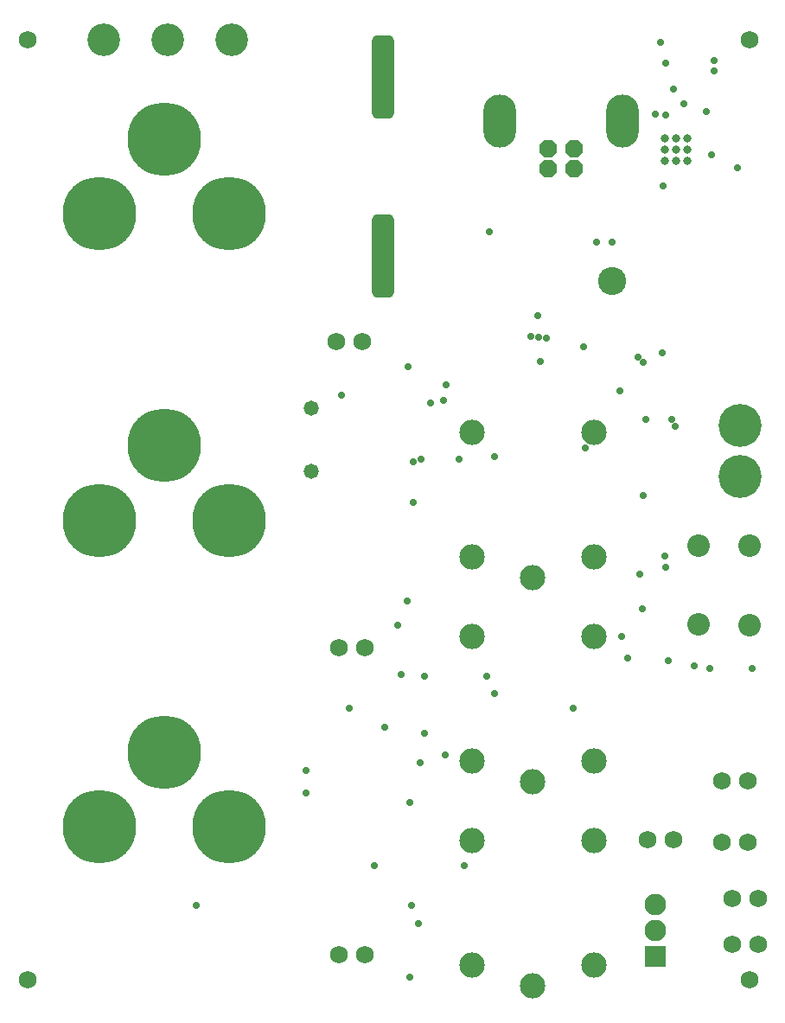
<source format=gbs>
G04 Layer_Color=8150272*
%FSLAX24Y24*%
%MOIN*%
G70*
G01*
G75*
%ADD86C,0.0680*%
%ADD87C,0.2836*%
%ADD88C,0.0867*%
%ADD89C,0.1080*%
%ADD90C,0.0830*%
%ADD91R,0.0830X0.0830*%
G04:AMPARAMS|DCode=92|XSize=323mil|YSize=86.7mil|CornerRadius=23.7mil|HoleSize=0mil|Usage=FLASHONLY|Rotation=270.000|XOffset=0mil|YOffset=0mil|HoleType=Round|Shape=RoundedRectangle|*
%AMROUNDEDRECTD92*
21,1,0.3230,0.0394,0,0,270.0*
21,1,0.2756,0.0867,0,0,270.0*
1,1,0.0474,-0.0197,-0.1378*
1,1,0.0474,-0.0197,0.1378*
1,1,0.0474,0.0197,0.1378*
1,1,0.0474,0.0197,-0.1378*
%
%ADD92ROUNDEDRECTD92*%
%ADD93C,0.0980*%
%ADD94C,0.1655*%
%ADD95O,0.1261X0.2049*%
%ADD96P,0.0726X8X202.5*%
%ADD97C,0.1261*%
%ADD98C,0.0316*%
%ADD99C,0.0580*%
%ADD100C,0.0277*%
D86*
X38681Y11024D02*
D03*
X38591Y16339D02*
D03*
X37591D02*
D03*
X38591Y18701D02*
D03*
X37591D02*
D03*
X38681Y47244D02*
D03*
X10827D02*
D03*
X23819Y23819D02*
D03*
X22819D02*
D03*
X23720Y35630D02*
D03*
X22720D02*
D03*
X37992Y14173D02*
D03*
X38992D02*
D03*
X37992Y12402D02*
D03*
X38992D02*
D03*
X10827Y11024D02*
D03*
X35736Y16437D02*
D03*
X34736D02*
D03*
X23819Y12008D02*
D03*
X22819D02*
D03*
D87*
X13602Y40551D02*
D03*
X16102Y43425D02*
D03*
X18602Y40551D02*
D03*
X13602Y28740D02*
D03*
X16102Y31614D02*
D03*
X18602Y28740D02*
D03*
X13602Y16929D02*
D03*
X16102Y19803D02*
D03*
X18602Y16929D02*
D03*
D88*
X36712Y24720D02*
D03*
X38682Y24705D02*
D03*
X36712Y27772D02*
D03*
X38682Y27756D02*
D03*
D89*
X33364Y37967D02*
D03*
D90*
X35039Y13909D02*
D03*
Y12909D02*
D03*
D91*
Y11909D02*
D03*
D92*
X24528Y38928D02*
D03*
Y45818D02*
D03*
D93*
X32675Y11583D02*
D03*
X27955D02*
D03*
Y16378D02*
D03*
X32675D02*
D03*
X30315Y10788D02*
D03*
X32675Y19457D02*
D03*
X27955D02*
D03*
Y24252D02*
D03*
X32675D02*
D03*
X30315Y18662D02*
D03*
X32675Y27331D02*
D03*
X27955D02*
D03*
Y32126D02*
D03*
X32675D02*
D03*
X30315Y26536D02*
D03*
D94*
X38287Y32382D02*
D03*
Y30413D02*
D03*
D95*
X33768Y44136D02*
D03*
X29028D02*
D03*
D96*
X30906Y43069D02*
D03*
Y42281D02*
D03*
X31890D02*
D03*
Y43069D02*
D03*
D97*
X13780Y47244D02*
D03*
X16240D02*
D03*
X18701D02*
D03*
D98*
X35394Y42579D02*
D03*
Y43012D02*
D03*
Y43445D02*
D03*
X35827Y42579D02*
D03*
Y43012D02*
D03*
Y43445D02*
D03*
X36260Y42579D02*
D03*
Y43012D02*
D03*
Y43445D02*
D03*
D99*
X21752Y33071D02*
D03*
Y30610D02*
D03*
D100*
X38189Y42323D02*
D03*
X34350Y35039D02*
D03*
X37303Y46457D02*
D03*
Y46063D02*
D03*
X37008Y44488D02*
D03*
X35335Y41634D02*
D03*
X37205Y42815D02*
D03*
X21555Y19094D02*
D03*
Y18209D02*
D03*
X34660Y32630D02*
D03*
X34440Y26670D02*
D03*
X33660Y33720D02*
D03*
X31850Y21490D02*
D03*
X35433Y26920D02*
D03*
X30490Y36610D02*
D03*
X35314Y35180D02*
D03*
X35814Y32360D02*
D03*
X34560Y34840D02*
D03*
X35670Y32620D02*
D03*
X33720Y24260D02*
D03*
X34520Y25310D02*
D03*
X33970Y23440D02*
D03*
X34570Y29680D02*
D03*
X32270Y35419D02*
D03*
X32340Y31520D02*
D03*
X30530Y35790D02*
D03*
X35390Y27362D02*
D03*
X30840Y35760D02*
D03*
X30220Y35820D02*
D03*
X27660Y15440D02*
D03*
X24200D02*
D03*
X25220Y22780D02*
D03*
X26940Y19690D02*
D03*
X26120Y20510D02*
D03*
X25552Y17868D02*
D03*
X23230Y21490D02*
D03*
X26120Y22740D02*
D03*
X25950Y19386D02*
D03*
X24586Y20750D02*
D03*
X28543Y22736D02*
D03*
X25098Y24705D02*
D03*
X28839Y22047D02*
D03*
X25886Y13189D02*
D03*
X25492Y34646D02*
D03*
X27461Y31102D02*
D03*
X38780Y23031D02*
D03*
X37129D02*
D03*
X25984Y31102D02*
D03*
X28839Y31201D02*
D03*
X30610Y34843D02*
D03*
X26969Y33957D02*
D03*
X26870Y33366D02*
D03*
X26378Y33268D02*
D03*
X25642Y13878D02*
D03*
X17323D02*
D03*
X35728Y45374D02*
D03*
X35039Y44390D02*
D03*
X35236Y47146D02*
D03*
X35417Y44374D02*
D03*
X36122Y44783D02*
D03*
X35417Y46342D02*
D03*
X25470Y25637D02*
D03*
X22920Y33550D02*
D03*
X25689Y31004D02*
D03*
Y29429D02*
D03*
X36516Y23130D02*
D03*
X35531Y23327D02*
D03*
X33364Y39467D02*
D03*
X32778D02*
D03*
X28642Y39862D02*
D03*
X25581Y11132D02*
D03*
M02*

</source>
